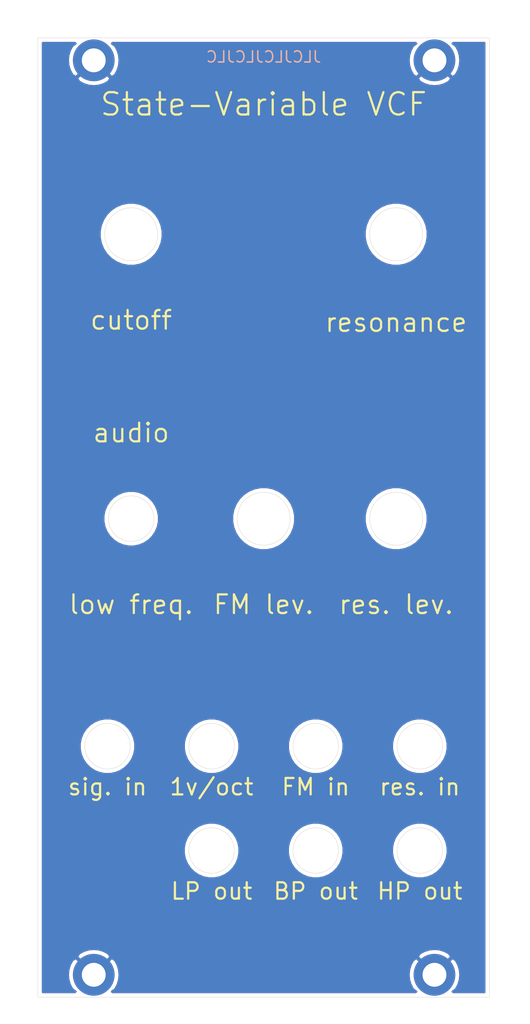
<source format=kicad_pcb>
(kicad_pcb (version 20171130) (host pcbnew 5.1.10-88a1d61d58~88~ubuntu20.04.1)

  (general
    (thickness 1.6)
    (drawings 51)
    (tracks 0)
    (zones 0)
    (modules 4)
    (nets 2)
  )

  (page A4)
  (title_block
    (title "Filter carrier front panel")
    (date 2020-08-18)
    (rev 0)
    (comment 1 creativecommons.org/licenses/by/4.0/)
    (comment 2 "License: CC by 4.0")
    (comment 3 "Author: Jordan Aceto")
  )

  (layers
    (0 F.Cu signal)
    (31 B.Cu signal)
    (32 B.Adhes user)
    (33 F.Adhes user)
    (34 B.Paste user)
    (35 F.Paste user)
    (36 B.SilkS user)
    (37 F.SilkS user)
    (38 B.Mask user)
    (39 F.Mask user)
    (40 Dwgs.User user)
    (41 Cmts.User user)
    (42 Eco1.User user)
    (43 Eco2.User user)
    (44 Edge.Cuts user)
    (45 Margin user)
    (46 B.CrtYd user)
    (47 F.CrtYd user)
    (48 B.Fab user hide)
    (49 F.Fab user hide)
  )

  (setup
    (last_trace_width 0.25)
    (trace_clearance 0.2)
    (zone_clearance 0.508)
    (zone_45_only no)
    (trace_min 0.2)
    (via_size 0.8)
    (via_drill 0.4)
    (via_min_size 0.4)
    (via_min_drill 0.3)
    (uvia_size 0.3)
    (uvia_drill 0.1)
    (uvias_allowed no)
    (uvia_min_size 0.2)
    (uvia_min_drill 0.1)
    (edge_width 0.05)
    (segment_width 0.2)
    (pcb_text_width 0.3)
    (pcb_text_size 1.5 1.5)
    (mod_edge_width 0.12)
    (mod_text_size 1 1)
    (mod_text_width 0.15)
    (pad_size 1.524 1.524)
    (pad_drill 0.762)
    (pad_to_mask_clearance 0.05)
    (aux_axis_origin 0 0)
    (visible_elements FFFFFF7F)
    (pcbplotparams
      (layerselection 0x010f0_ffffffff)
      (usegerberextensions true)
      (usegerberattributes false)
      (usegerberadvancedattributes false)
      (creategerberjobfile false)
      (excludeedgelayer true)
      (linewidth 0.100000)
      (plotframeref false)
      (viasonmask false)
      (mode 1)
      (useauxorigin false)
      (hpglpennumber 1)
      (hpglpenspeed 20)
      (hpglpendiameter 15.000000)
      (psnegative false)
      (psa4output false)
      (plotreference true)
      (plotvalue false)
      (plotinvisibletext false)
      (padsonsilk false)
      (subtractmaskfromsilk true)
      (outputformat 1)
      (mirror false)
      (drillshape 0)
      (scaleselection 1)
      (outputdirectory "../construction_docs/gerbers/"))
  )

  (net 0 "")
  (net 1 GND)

  (net_class Default "This is the default net class."
    (clearance 0.2)
    (trace_width 0.25)
    (via_dia 0.8)
    (via_drill 0.4)
    (uvia_dia 0.3)
    (uvia_drill 0.1)
    (add_net GND)
  )

  (module MountingHole:MountingHole_3.2mm_M3_DIN965_Pad (layer F.Cu) (tedit 56D1B4CB) (tstamp 5F0CC472)
    (at 53.22 125.5)
    (descr "Mounting Hole 3.2mm, M3, DIN965")
    (tags "mounting hole 3.2mm m3 din965")
    (path /5F0CDCDB)
    (attr virtual)
    (fp_text reference H4 (at 0 -3.8) (layer F.SilkS) hide
      (effects (font (size 1 1) (thickness 0.15)))
    )
    (fp_text value MountingHole_Pad (at 0 3.8) (layer F.Fab)
      (effects (font (size 1 1) (thickness 0.15)))
    )
    (fp_circle (center 0 0) (end 3.05 0) (layer F.CrtYd) (width 0.05))
    (fp_circle (center 0 0) (end 2.8 0) (layer Cmts.User) (width 0.15))
    (fp_text user %R (at 0.3 0) (layer F.Fab)
      (effects (font (size 1 1) (thickness 0.15)))
    )
    (pad 1 thru_hole circle (at 0 0) (size 5.6 5.6) (drill 3.2) (layers *.Cu *.Mask)
      (net 1 GND))
  )

  (module MountingHole:MountingHole_3.2mm_M3_DIN965_Pad (layer F.Cu) (tedit 56D1B4CB) (tstamp 5F0CC46A)
    (at 53.22 3)
    (descr "Mounting Hole 3.2mm, M3, DIN965")
    (tags "mounting hole 3.2mm m3 din965")
    (path /5F0CDCCF)
    (attr virtual)
    (fp_text reference H3 (at 0 -3.8) (layer F.SilkS) hide
      (effects (font (size 1 1) (thickness 0.15)))
    )
    (fp_text value MountingHole_Pad (at 0 3.8) (layer F.Fab)
      (effects (font (size 1 1) (thickness 0.15)))
    )
    (fp_circle (center 0 0) (end 3.05 0) (layer F.CrtYd) (width 0.05))
    (fp_circle (center 0 0) (end 2.8 0) (layer Cmts.User) (width 0.15))
    (fp_text user %R (at 0.3 0) (layer F.Fab)
      (effects (font (size 1 1) (thickness 0.15)))
    )
    (pad 1 thru_hole circle (at 0 0) (size 5.6 5.6) (drill 3.2) (layers *.Cu *.Mask)
      (net 1 GND))
  )

  (module MountingHole:MountingHole_3.2mm_M3_DIN965_Pad (layer F.Cu) (tedit 56D1B4CB) (tstamp 5F0CC462)
    (at 7.5 125.5)
    (descr "Mounting Hole 3.2mm, M3, DIN965")
    (tags "mounting hole 3.2mm m3 din965")
    (path /5F0CD083)
    (attr virtual)
    (fp_text reference H2 (at 0 -3.8) (layer F.SilkS) hide
      (effects (font (size 1 1) (thickness 0.15)))
    )
    (fp_text value MountingHole_Pad (at 0 3.8) (layer F.Fab)
      (effects (font (size 1 1) (thickness 0.15)))
    )
    (fp_circle (center 0 0) (end 3.05 0) (layer F.CrtYd) (width 0.05))
    (fp_circle (center 0 0) (end 2.8 0) (layer Cmts.User) (width 0.15))
    (fp_text user %R (at 0.3 0) (layer F.Fab)
      (effects (font (size 1 1) (thickness 0.15)))
    )
    (pad 1 thru_hole circle (at 0 0) (size 5.6 5.6) (drill 3.2) (layers *.Cu *.Mask)
      (net 1 GND))
  )

  (module MountingHole:MountingHole_3.2mm_M3_DIN965_Pad (layer F.Cu) (tedit 56D1B4CB) (tstamp 5F0CC45A)
    (at 7.5 3)
    (descr "Mounting Hole 3.2mm, M3, DIN965")
    (tags "mounting hole 3.2mm m3 din965")
    (path /5F0CC352)
    (attr virtual)
    (fp_text reference H1 (at 0 -3.8) (layer F.SilkS) hide
      (effects (font (size 1 1) (thickness 0.15)))
    )
    (fp_text value MountingHole_Pad (at 0 3.8) (layer F.Fab)
      (effects (font (size 1 1) (thickness 0.15)))
    )
    (fp_circle (center 0 0) (end 3.05 0) (layer F.CrtYd) (width 0.05))
    (fp_circle (center 0 0) (end 2.8 0) (layer Cmts.User) (width 0.15))
    (fp_text user %R (at 0.3 0) (layer F.Fab)
      (effects (font (size 1 1) (thickness 0.15)))
    )
    (pad 1 thru_hole circle (at 0 0) (size 5.6 5.6) (drill 3.2) (layers *.Cu *.Mask)
      (net 1 GND))
  )

  (gr_text audio (at 12.52 52.9) (layer F.SilkS) (tstamp 60AD310F)
    (effects (font (size 2.5 2.5) (thickness 0.3)))
  )
  (gr_text "low freq." (at 12.52 75.9) (layer F.SilkS) (tstamp 60AD310F)
    (effects (font (size 2.5 2.5) (thickness 0.3)))
  )
  (gr_text "HP out" (at 51.255 114.3) (layer F.SilkS) (tstamp 60AD2DEA)
    (effects (font (size 2.2 2.2) (thickness 0.3)))
  )
  (gr_text "BP out" (at 37.285 114.3) (layer F.SilkS) (tstamp 60AD2DEA)
    (effects (font (size 2.2 2.2) (thickness 0.3)))
  )
  (gr_circle (center 30.3 64.4) (end 33.85 64.4) (layer Edge.Cuts) (width 0.05) (tstamp 60AD2B87))
  (gr_circle (center 30.3 64.4) (end 36.65 64.4) (layer Dwgs.User) (width 0.15) (tstamp 60AD2B86))
  (gr_circle (center 37.285 108.85) (end 41.285 108.85) (layer Dwgs.User) (width 0.15) (tstamp 60AD2B77))
  (gr_circle (center 37.285 108.85) (end 40.335 108.85) (layer Edge.Cuts) (width 0.05) (tstamp 60AD2B7A))
  (gr_circle (center 23.315 94.88) (end 27.315 94.88) (layer Dwgs.User) (width 0.15) (tstamp 60AD2B6B))
  (gr_circle (center 23.315 94.88) (end 26.365 94.88) (layer Edge.Cuts) (width 0.05) (tstamp 60AD2B6A))
  (gr_text JLCJLCJLCJLC (at 30.3 2.54) (layer B.SilkS)
    (effects (font (size 1.5 1.5) (thickness 0.2)) (justify mirror))
  )
  (gr_line (start 17.78 113.45) (end 57.15 113.45) (layer Dwgs.User) (width 0.15))
  (gr_line (start 57.15 104.25) (end 57.15 113.45) (layer Dwgs.User) (width 0.15))
  (gr_line (start 17.78 104.25) (end 57.15 104.25) (layer Dwgs.User) (width 0.15))
  (gr_line (start 17.78 104.25) (end 17.78 113.45) (layer Dwgs.User) (width 0.15))
  (gr_text "State-Variable VCF" (at 30.3 8.89) (layer F.SilkS)
    (effects (font (size 3 3) (thickness 0.3)))
  )
  (gr_text resonance (at 48.08 38.1) (layer F.SilkS)
    (effects (font (size 2.5 2.5) (thickness 0.3)))
  )
  (gr_text cutoff (at 12.52 37.8) (layer F.SilkS)
    (effects (font (size 2.5 2.5) (thickness 0.3)))
  )
  (gr_text "res. lev." (at 48.08 75.9) (layer F.SilkS)
    (effects (font (size 2.5 2.5) (thickness 0.3)))
  )
  (gr_text "FM lev." (at 30.3 75.9) (layer F.SilkS)
    (effects (font (size 2.5 2.5) (thickness 0.3)))
  )
  (gr_text "LP out" (at 23.315 114.3) (layer F.SilkS) (tstamp 5F0CC8EA)
    (effects (font (size 2.2 2.2) (thickness 0.3)))
  )
  (gr_text "sig. in" (at 9.345 100.33) (layer F.SilkS)
    (effects (font (size 2.2 2.2) (thickness 0.3)))
  )
  (gr_text "res. in" (at 51.255 100.33) (layer F.SilkS)
    (effects (font (size 2.2 2.2) (thickness 0.3)))
  )
  (gr_text "FM in" (at 37.285 100.33) (layer F.SilkS)
    (effects (font (size 2.2 2.2) (thickness 0.3)))
  )
  (gr_text 1v/oct (at 23.315 100.33) (layer F.SilkS)
    (effects (font (size 2.2 2.2) (thickness 0.3)))
  )
  (gr_circle (center 48.08 26.3) (end 54.43 26.3) (layer Dwgs.User) (width 0.15) (tstamp 5F0CC7B8))
  (gr_circle (center 12.52 26.3) (end 18.87 26.3) (layer Dwgs.User) (width 0.15) (tstamp 5F0CC7B8))
  (gr_circle (center 12.52 64.4) (end 16.52 64.4) (layer Dwgs.User) (width 0.15) (tstamp 5F0CC7B8))
  (gr_circle (center 48.08 64.4) (end 54.43 64.4) (layer Dwgs.User) (width 0.15))
  (gr_circle (center 23.315 108.85) (end 27.315 108.85) (layer Dwgs.User) (width 0.15) (tstamp 5F0CC761))
  (gr_circle (center 51.255 108.85) (end 55.255 108.85) (layer Dwgs.User) (width 0.15) (tstamp 5F0CC761))
  (gr_circle (center 51.255 94.88) (end 55.255 94.88) (layer Dwgs.User) (width 0.15) (tstamp 5F0CC761))
  (gr_circle (center 37.285 94.88) (end 41.285 94.88) (layer Dwgs.User) (width 0.15) (tstamp 5F0CC761))
  (gr_circle (center 9.345 94.88) (end 13.345 94.88) (layer Dwgs.User) (width 0.15))
  (gr_circle (center 51.255 108.85) (end 54.305 108.85) (layer Edge.Cuts) (width 0.05) (tstamp 5F0CC58E))
  (gr_circle (center 23.315 108.85) (end 26.365 108.85) (layer Edge.Cuts) (width 0.05) (tstamp 5F0CC58E))
  (gr_circle (center 51.255 94.88) (end 54.305 94.88) (layer Edge.Cuts) (width 0.05) (tstamp 5F0CC58E))
  (gr_circle (center 37.285 94.88) (end 40.335 94.88) (layer Edge.Cuts) (width 0.05) (tstamp 5F0CC58E))
  (gr_circle (center 9.345 94.88) (end 12.395 94.88) (layer Edge.Cuts) (width 0.05) (tstamp 5F0CC586))
  (gr_circle (center 48.08 64.4) (end 51.63 64.4) (layer Edge.Cuts) (width 0.05) (tstamp 5F0CC586))
  (gr_circle (center 12.52 64.4) (end 15.57 64.4) (layer Edge.Cuts) (width 0.05) (tstamp 5F0CC586))
  (gr_circle (center 48.08 26.3) (end 51.63 26.3) (layer Edge.Cuts) (width 0.05) (tstamp 5F0CC586))
  (gr_circle (center 12.52 26.3) (end 16.07 26.3) (layer Edge.Cuts) (width 0.05))
  (gr_line (start 1.09 113.93) (end 59.48 113.93) (layer Dwgs.User) (width 0.15))
  (gr_line (start 59.48 14.87) (end 59.48 113.93) (layer Dwgs.User) (width 0.15))
  (gr_line (start 1.09 14.87) (end 59.48 14.87) (layer Dwgs.User) (width 0.15))
  (gr_line (start 1.09 14.87) (end 1.09 113.93) (layer Dwgs.User) (width 0.15))
  (gr_line (start 60.6 0) (end 60.6 128.5) (layer Edge.Cuts) (width 0.05))
  (gr_line (start 0 128.5) (end 60.6 128.5) (layer Edge.Cuts) (width 0.05))
  (gr_line (start 0 0) (end 60.6 0) (layer Edge.Cuts) (width 0.05))
  (gr_line (start 0 0) (end 0 128.5) (layer Edge.Cuts) (width 0.05))

  (zone (net 1) (net_name GND) (layer F.Cu) (tstamp 60C4EBD2) (hatch edge 0.508)
    (connect_pads (clearance 0.508))
    (min_thickness 0.254)
    (fill yes (arc_segments 32) (thermal_gap 0.508) (thermal_bridge_width 0.508))
    (polygon
      (pts
        (xy 63.5 129.54) (xy -2.54 129.54) (xy -2.54 -2.54) (xy 63.5 -2.54)
      )
    )
    (filled_polygon
      (pts
        (xy 5.083517 0.763125) (xy 4.634823 1.075308) (xy 4.314388 1.671259) (xy 4.116374 2.318273) (xy 4.04839 2.991484)
        (xy 4.113051 3.665023) (xy 4.30787 4.313006) (xy 4.625361 4.91053) (xy 4.634823 4.924692) (xy 5.083519 5.236876)
        (xy 7.320395 3) (xy 7.306253 2.985858) (xy 7.485858 2.806253) (xy 7.5 2.820395) (xy 7.514143 2.806253)
        (xy 7.693748 2.985858) (xy 7.679605 3) (xy 9.916481 5.236876) (xy 10.365177 4.924692) (xy 10.685612 4.328741)
        (xy 10.883626 3.681727) (xy 10.95161 3.008516) (xy 10.886949 2.334977) (xy 10.69213 1.686994) (xy 10.374639 1.08947)
        (xy 10.365177 1.075308) (xy 9.916483 0.763125) (xy 10.019608 0.66) (xy 50.700392 0.66) (xy 50.803517 0.763125)
        (xy 50.354823 1.075308) (xy 50.034388 1.671259) (xy 49.836374 2.318273) (xy 49.76839 2.991484) (xy 49.833051 3.665023)
        (xy 50.02787 4.313006) (xy 50.345361 4.91053) (xy 50.354823 4.924692) (xy 50.803519 5.236876) (xy 53.040395 3)
        (xy 53.026253 2.985858) (xy 53.205858 2.806253) (xy 53.22 2.820395) (xy 53.234143 2.806253) (xy 53.413748 2.985858)
        (xy 53.399605 3) (xy 55.636481 5.236876) (xy 56.085177 4.924692) (xy 56.405612 4.328741) (xy 56.603626 3.681727)
        (xy 56.67161 3.008516) (xy 56.606949 2.334977) (xy 56.41213 1.686994) (xy 56.094639 1.08947) (xy 56.085177 1.075308)
        (xy 55.636483 0.763125) (xy 55.739608 0.66) (xy 59.94 0.66) (xy 59.940001 127.84) (xy 55.739608 127.84)
        (xy 55.636483 127.736875) (xy 56.085177 127.424692) (xy 56.405612 126.828741) (xy 56.603626 126.181727) (xy 56.67161 125.508516)
        (xy 56.606949 124.834977) (xy 56.41213 124.186994) (xy 56.094639 123.58947) (xy 56.085177 123.575308) (xy 55.636481 123.263124)
        (xy 53.399605 125.5) (xy 53.413748 125.514143) (xy 53.234143 125.693748) (xy 53.22 125.679605) (xy 53.205858 125.693748)
        (xy 53.026253 125.514143) (xy 53.040395 125.5) (xy 50.803519 123.263124) (xy 50.354823 123.575308) (xy 50.034388 124.171259)
        (xy 49.836374 124.818273) (xy 49.76839 125.491484) (xy 49.833051 126.165023) (xy 50.02787 126.813006) (xy 50.345361 127.41053)
        (xy 50.354823 127.424692) (xy 50.803517 127.736875) (xy 50.700392 127.84) (xy 10.019608 127.84) (xy 9.916483 127.736875)
        (xy 10.365177 127.424692) (xy 10.685612 126.828741) (xy 10.883626 126.181727) (xy 10.95161 125.508516) (xy 10.886949 124.834977)
        (xy 10.69213 124.186994) (xy 10.374639 123.58947) (xy 10.365177 123.575308) (xy 9.916481 123.263124) (xy 7.679605 125.5)
        (xy 7.693748 125.514143) (xy 7.514143 125.693748) (xy 7.5 125.679605) (xy 7.485858 125.693748) (xy 7.306253 125.514143)
        (xy 7.320395 125.5) (xy 5.083519 123.263124) (xy 4.634823 123.575308) (xy 4.314388 124.171259) (xy 4.116374 124.818273)
        (xy 4.04839 125.491484) (xy 4.113051 126.165023) (xy 4.30787 126.813006) (xy 4.625361 127.41053) (xy 4.634823 127.424692)
        (xy 5.083517 127.736875) (xy 4.980392 127.84) (xy 0.66 127.84) (xy 0.66 123.083519) (xy 5.263124 123.083519)
        (xy 7.5 125.320395) (xy 9.736876 123.083519) (xy 50.983124 123.083519) (xy 53.22 125.320395) (xy 55.456876 123.083519)
        (xy 55.144692 122.634823) (xy 54.548741 122.314388) (xy 53.901727 122.116374) (xy 53.228516 122.04839) (xy 52.554977 122.113051)
        (xy 51.906994 122.30787) (xy 51.30947 122.625361) (xy 51.295308 122.634823) (xy 50.983124 123.083519) (xy 9.736876 123.083519)
        (xy 9.424692 122.634823) (xy 8.828741 122.314388) (xy 8.181727 122.116374) (xy 7.508516 122.04839) (xy 6.834977 122.113051)
        (xy 6.186994 122.30787) (xy 5.58947 122.625361) (xy 5.575308 122.634823) (xy 5.263124 123.083519) (xy 0.66 123.083519)
        (xy 0.66 104.2416) (xy 17.653 104.2416) (xy 17.653 113.45) (xy 17.65544 113.474776) (xy 17.662667 113.498601)
        (xy 17.674403 113.520557) (xy 17.690197 113.539803) (xy 17.709443 113.555597) (xy 17.731399 113.567333) (xy 17.755224 113.57456)
        (xy 17.78 113.577) (xy 57.15 113.577) (xy 57.174776 113.57456) (xy 57.198601 113.567333) (xy 57.220557 113.555597)
        (xy 57.239803 113.539803) (xy 57.255597 113.520557) (xy 57.267333 113.498601) (xy 57.27456 113.474776) (xy 57.277 113.45)
        (xy 57.277 104.25) (xy 57.274565 104.22525) (xy 57.267343 104.201424) (xy 57.255612 104.179465) (xy 57.239822 104.160217)
        (xy 57.22058 104.144418) (xy 57.198626 104.132678) (xy 57.174803 104.125446) (xy 57.150027 104.123) (xy 17.780027 104.1146)
        (xy 17.755224 104.11704) (xy 17.731399 104.124267) (xy 17.709443 104.136003) (xy 17.690197 104.151797) (xy 17.674403 104.171043)
        (xy 17.662667 104.192999) (xy 17.65544 104.216824) (xy 17.653 104.2416) (xy 0.66 104.2416) (xy 0.66 94.514396)
        (xy 5.632961 94.514396) (xy 5.632961 95.245604) (xy 5.775613 95.962762) (xy 6.055434 96.63831) (xy 6.461671 97.246287)
        (xy 6.978713 97.763329) (xy 7.58669 98.169566) (xy 8.262238 98.449387) (xy 8.979396 98.592039) (xy 9.710604 98.592039)
        (xy 10.427762 98.449387) (xy 11.10331 98.169566) (xy 11.711287 97.763329) (xy 12.228329 97.246287) (xy 12.634566 96.63831)
        (xy 12.914387 95.962762) (xy 13.057039 95.245604) (xy 13.057039 94.514396) (xy 19.602961 94.514396) (xy 19.602961 95.245604)
        (xy 19.745613 95.962762) (xy 20.025434 96.63831) (xy 20.431671 97.246287) (xy 20.948713 97.763329) (xy 21.55669 98.169566)
        (xy 22.232238 98.449387) (xy 22.949396 98.592039) (xy 23.680604 98.592039) (xy 24.397762 98.449387) (xy 25.07331 98.169566)
        (xy 25.681287 97.763329) (xy 26.198329 97.246287) (xy 26.604566 96.63831) (xy 26.884387 95.962762) (xy 27.027039 95.245604)
        (xy 27.027039 94.514396) (xy 33.572961 94.514396) (xy 33.572961 95.245604) (xy 33.715613 95.962762) (xy 33.995434 96.63831)
        (xy 34.401671 97.246287) (xy 34.918713 97.763329) (xy 35.52669 98.169566) (xy 36.202238 98.449387) (xy 36.919396 98.592039)
        (xy 37.650604 98.592039) (xy 38.367762 98.449387) (xy 39.04331 98.169566) (xy 39.651287 97.763329) (xy 40.168329 97.246287)
        (xy 40.574566 96.63831) (xy 40.854387 95.962762) (xy 40.997039 95.245604) (xy 40.997039 94.514396) (xy 47.542961 94.514396)
        (xy 47.542961 95.245604) (xy 47.685613 95.962762) (xy 47.965434 96.63831) (xy 48.371671 97.246287) (xy 48.888713 97.763329)
        (xy 49.49669 98.169566) (xy 50.172238 98.449387) (xy 50.889396 98.592039) (xy 51.620604 98.592039) (xy 52.337762 98.449387)
        (xy 53.01331 98.169566) (xy 53.621287 97.763329) (xy 54.138329 97.246287) (xy 54.544566 96.63831) (xy 54.824387 95.962762)
        (xy 54.967039 95.245604) (xy 54.967039 94.514396) (xy 54.824387 93.797238) (xy 54.544566 93.12169) (xy 54.138329 92.513713)
        (xy 53.621287 91.996671) (xy 53.01331 91.590434) (xy 52.337762 91.310613) (xy 51.620604 91.167961) (xy 50.889396 91.167961)
        (xy 50.172238 91.310613) (xy 49.49669 91.590434) (xy 48.888713 91.996671) (xy 48.371671 92.513713) (xy 47.965434 93.12169)
        (xy 47.685613 93.797238) (xy 47.542961 94.514396) (xy 40.997039 94.514396) (xy 40.854387 93.797238) (xy 40.574566 93.12169)
        (xy 40.168329 92.513713) (xy 39.651287 91.996671) (xy 39.04331 91.590434) (xy 38.367762 91.310613) (xy 37.650604 91.167961)
        (xy 36.919396 91.167961) (xy 36.202238 91.310613) (xy 35.52669 91.590434) (xy 34.918713 91.996671) (xy 34.401671 92.513713)
        (xy 33.995434 93.12169) (xy 33.715613 93.797238) (xy 33.572961 94.514396) (xy 27.027039 94.514396) (xy 26.884387 93.797238)
        (xy 26.604566 93.12169) (xy 26.198329 92.513713) (xy 25.681287 91.996671) (xy 25.07331 91.590434) (xy 24.397762 91.310613)
        (xy 23.680604 91.167961) (xy 22.949396 91.167961) (xy 22.232238 91.310613) (xy 21.55669 91.590434) (xy 20.948713 91.996671)
        (xy 20.431671 92.513713) (xy 20.025434 93.12169) (xy 19.745613 93.797238) (xy 19.602961 94.514396) (xy 13.057039 94.514396)
        (xy 12.914387 93.797238) (xy 12.634566 93.12169) (xy 12.228329 92.513713) (xy 11.711287 91.996671) (xy 11.10331 91.590434)
        (xy 10.427762 91.310613) (xy 9.710604 91.167961) (xy 8.979396 91.167961) (xy 8.262238 91.310613) (xy 7.58669 91.590434)
        (xy 6.978713 91.996671) (xy 6.461671 92.513713) (xy 6.055434 93.12169) (xy 5.775613 93.797238) (xy 5.632961 94.514396)
        (xy 0.66 94.514396) (xy 0.66 64.034396) (xy 8.807961 64.034396) (xy 8.807961 64.765604) (xy 8.950613 65.482762)
        (xy 9.230434 66.15831) (xy 9.636671 66.766287) (xy 10.153713 67.283329) (xy 10.76169 67.689566) (xy 11.437238 67.969387)
        (xy 12.154396 68.112039) (xy 12.885604 68.112039) (xy 13.602762 67.969387) (xy 14.27831 67.689566) (xy 14.886287 67.283329)
        (xy 15.403329 66.766287) (xy 15.809566 66.15831) (xy 16.089387 65.482762) (xy 16.232039 64.765604) (xy 16.232039 64.034396)
        (xy 16.222291 63.985387) (xy 26.090369 63.985387) (xy 26.090369 64.814613) (xy 26.252142 65.627904) (xy 26.569473 66.394008)
        (xy 27.030166 67.083484) (xy 27.616516 67.669834) (xy 28.305992 68.130527) (xy 29.072096 68.447858) (xy 29.885387 68.609631)
        (xy 30.714613 68.609631) (xy 31.527904 68.447858) (xy 32.294008 68.130527) (xy 32.983484 67.669834) (xy 33.569834 67.083484)
        (xy 34.030527 66.394008) (xy 34.347858 65.627904) (xy 34.509631 64.814613) (xy 34.509631 63.985387) (xy 43.870369 63.985387)
        (xy 43.870369 64.814613) (xy 44.032142 65.627904) (xy 44.349473 66.394008) (xy 44.810166 67.083484) (xy 45.396516 67.669834)
        (xy 46.085992 68.130527) (xy 46.852096 68.447858) (xy 47.665387 68.609631) (xy 48.494613 68.609631) (xy 49.307904 68.447858)
        (xy 50.074008 68.130527) (xy 50.763484 67.669834) (xy 51.349834 67.083484) (xy 51.810527 66.394008) (xy 52.127858 65.627904)
        (xy 52.289631 64.814613) (xy 52.289631 63.985387) (xy 52.127858 63.172096) (xy 51.810527 62.405992) (xy 51.349834 61.716516)
        (xy 50.763484 61.130166) (xy 50.074008 60.669473) (xy 49.307904 60.352142) (xy 48.494613 60.190369) (xy 47.665387 60.190369)
        (xy 46.852096 60.352142) (xy 46.085992 60.669473) (xy 45.396516 61.130166) (xy 44.810166 61.716516) (xy 44.349473 62.405992)
        (xy 44.032142 63.172096) (xy 43.870369 63.985387) (xy 34.509631 63.985387) (xy 34.347858 63.172096) (xy 34.030527 62.405992)
        (xy 33.569834 61.716516) (xy 32.983484 61.130166) (xy 32.294008 60.669473) (xy 31.527904 60.352142) (xy 30.714613 60.190369)
        (xy 29.885387 60.190369) (xy 29.072096 60.352142) (xy 28.305992 60.669473) (xy 27.616516 61.130166) (xy 27.030166 61.716516)
        (xy 26.569473 62.405992) (xy 26.252142 63.172096) (xy 26.090369 63.985387) (xy 16.222291 63.985387) (xy 16.089387 63.317238)
        (xy 15.809566 62.64169) (xy 15.403329 62.033713) (xy 14.886287 61.516671) (xy 14.27831 61.110434) (xy 13.602762 60.830613)
        (xy 12.885604 60.687961) (xy 12.154396 60.687961) (xy 11.437238 60.830613) (xy 10.76169 61.110434) (xy 10.153713 61.516671)
        (xy 9.636671 62.033713) (xy 9.230434 62.64169) (xy 8.950613 63.317238) (xy 8.807961 64.034396) (xy 0.66 64.034396)
        (xy 0.66 25.885387) (xy 8.310369 25.885387) (xy 8.310369 26.714613) (xy 8.472142 27.527904) (xy 8.789473 28.294008)
        (xy 9.250166 28.983484) (xy 9.836516 29.569834) (xy 10.525992 30.030527) (xy 11.292096 30.347858) (xy 12.105387 30.509631)
        (xy 12.934613 30.509631) (xy 13.747904 30.347858) (xy 14.514008 30.030527) (xy 15.203484 29.569834) (xy 15.789834 28.983484)
        (xy 16.250527 28.294008) (xy 16.567858 27.527904) (xy 16.729631 26.714613) (xy 16.729631 25.885387) (xy 43.870369 25.885387)
        (xy 43.870369 26.714613) (xy 44.032142 27.527904) (xy 44.349473 28.294008) (xy 44.810166 28.983484) (xy 45.396516 29.569834)
        (xy 46.085992 30.030527) (xy 46.852096 30.347858) (xy 47.665387 30.509631) (xy 48.494613 30.509631) (xy 49.307904 30.347858)
        (xy 50.074008 30.030527) (xy 50.763484 29.569834) (xy 51.349834 28.983484) (xy 51.810527 28.294008) (xy 52.127858 27.527904)
        (xy 52.289631 26.714613) (xy 52.289631 25.885387) (xy 52.127858 25.072096) (xy 51.810527 24.305992) (xy 51.349834 23.616516)
        (xy 50.763484 23.030166) (xy 50.074008 22.569473) (xy 49.307904 22.252142) (xy 48.494613 22.090369) (xy 47.665387 22.090369)
        (xy 46.852096 22.252142) (xy 46.085992 22.569473) (xy 45.396516 23.030166) (xy 44.810166 23.616516) (xy 44.349473 24.305992)
        (xy 44.032142 25.072096) (xy 43.870369 25.885387) (xy 16.729631 25.885387) (xy 16.567858 25.072096) (xy 16.250527 24.305992)
        (xy 15.789834 23.616516) (xy 15.203484 23.030166) (xy 14.514008 22.569473) (xy 13.747904 22.252142) (xy 12.934613 22.090369)
        (xy 12.105387 22.090369) (xy 11.292096 22.252142) (xy 10.525992 22.569473) (xy 9.836516 23.030166) (xy 9.250166 23.616516)
        (xy 8.789473 24.305992) (xy 8.472142 25.072096) (xy 8.310369 25.885387) (xy 0.66 25.885387) (xy 0.66 5.416481)
        (xy 5.263124 5.416481) (xy 5.575308 5.865177) (xy 6.171259 6.185612) (xy 6.818273 6.383626) (xy 7.491484 6.45161)
        (xy 8.165023 6.386949) (xy 8.813006 6.19213) (xy 9.41053 5.874639) (xy 9.424692 5.865177) (xy 9.736876 5.416481)
        (xy 50.983124 5.416481) (xy 51.295308 5.865177) (xy 51.891259 6.185612) (xy 52.538273 6.383626) (xy 53.211484 6.45161)
        (xy 53.885023 6.386949) (xy 54.533006 6.19213) (xy 55.13053 5.874639) (xy 55.144692 5.865177) (xy 55.456876 5.416481)
        (xy 53.22 3.179605) (xy 50.983124 5.416481) (xy 9.736876 5.416481) (xy 7.5 3.179605) (xy 5.263124 5.416481)
        (xy 0.66 5.416481) (xy 0.66 0.66) (xy 4.980392 0.66)
      )
    )
  )
  (zone (net 1) (net_name GND) (layer B.Cu) (tstamp 60C4EBCF) (hatch edge 0.508)
    (connect_pads (clearance 0.508))
    (min_thickness 0.254)
    (fill yes (arc_segments 32) (thermal_gap 0.508) (thermal_bridge_width 0.508))
    (polygon
      (pts
        (xy 66.04 132.08) (xy -5.08 132.08) (xy -5.08 -5.08) (xy 66.04 -5.08)
      )
    )
    (filled_polygon
      (pts
        (xy 5.083517 0.763125) (xy 4.634823 1.075308) (xy 4.314388 1.671259) (xy 4.116374 2.318273) (xy 4.04839 2.991484)
        (xy 4.113051 3.665023) (xy 4.30787 4.313006) (xy 4.625361 4.91053) (xy 4.634823 4.924692) (xy 5.083519 5.236876)
        (xy 7.320395 3) (xy 7.306253 2.985858) (xy 7.485858 2.806253) (xy 7.5 2.820395) (xy 7.514143 2.806253)
        (xy 7.693748 2.985858) (xy 7.679605 3) (xy 9.916481 5.236876) (xy 10.365177 4.924692) (xy 10.685612 4.328741)
        (xy 10.883626 3.681727) (xy 10.95161 3.008516) (xy 10.886949 2.334977) (xy 10.69213 1.686994) (xy 10.374639 1.08947)
        (xy 10.365177 1.075308) (xy 9.916483 0.763125) (xy 10.019608 0.66) (xy 50.700392 0.66) (xy 50.803517 0.763125)
        (xy 50.354823 1.075308) (xy 50.034388 1.671259) (xy 49.836374 2.318273) (xy 49.76839 2.991484) (xy 49.833051 3.665023)
        (xy 50.02787 4.313006) (xy 50.345361 4.91053) (xy 50.354823 4.924692) (xy 50.803519 5.236876) (xy 53.040395 3)
        (xy 53.026253 2.985858) (xy 53.205858 2.806253) (xy 53.22 2.820395) (xy 53.234143 2.806253) (xy 53.413748 2.985858)
        (xy 53.399605 3) (xy 55.636481 5.236876) (xy 56.085177 4.924692) (xy 56.405612 4.328741) (xy 56.603626 3.681727)
        (xy 56.67161 3.008516) (xy 56.606949 2.334977) (xy 56.41213 1.686994) (xy 56.094639 1.08947) (xy 56.085177 1.075308)
        (xy 55.636483 0.763125) (xy 55.739608 0.66) (xy 59.94 0.66) (xy 59.940001 127.84) (xy 55.739608 127.84)
        (xy 55.636483 127.736875) (xy 56.085177 127.424692) (xy 56.405612 126.828741) (xy 56.603626 126.181727) (xy 56.67161 125.508516)
        (xy 56.606949 124.834977) (xy 56.41213 124.186994) (xy 56.094639 123.58947) (xy 56.085177 123.575308) (xy 55.636481 123.263124)
        (xy 53.399605 125.5) (xy 53.413748 125.514143) (xy 53.234143 125.693748) (xy 53.22 125.679605) (xy 53.205858 125.693748)
        (xy 53.026253 125.514143) (xy 53.040395 125.5) (xy 50.803519 123.263124) (xy 50.354823 123.575308) (xy 50.034388 124.171259)
        (xy 49.836374 124.818273) (xy 49.76839 125.491484) (xy 49.833051 126.165023) (xy 50.02787 126.813006) (xy 50.345361 127.41053)
        (xy 50.354823 127.424692) (xy 50.803517 127.736875) (xy 50.700392 127.84) (xy 10.019608 127.84) (xy 9.916483 127.736875)
        (xy 10.365177 127.424692) (xy 10.685612 126.828741) (xy 10.883626 126.181727) (xy 10.95161 125.508516) (xy 10.886949 124.834977)
        (xy 10.69213 124.186994) (xy 10.374639 123.58947) (xy 10.365177 123.575308) (xy 9.916481 123.263124) (xy 7.679605 125.5)
        (xy 7.693748 125.514143) (xy 7.514143 125.693748) (xy 7.5 125.679605) (xy 7.485858 125.693748) (xy 7.306253 125.514143)
        (xy 7.320395 125.5) (xy 5.083519 123.263124) (xy 4.634823 123.575308) (xy 4.314388 124.171259) (xy 4.116374 124.818273)
        (xy 4.04839 125.491484) (xy 4.113051 126.165023) (xy 4.30787 126.813006) (xy 4.625361 127.41053) (xy 4.634823 127.424692)
        (xy 5.083517 127.736875) (xy 4.980392 127.84) (xy 0.66 127.84) (xy 0.66 123.083519) (xy 5.263124 123.083519)
        (xy 7.5 125.320395) (xy 9.736876 123.083519) (xy 50.983124 123.083519) (xy 53.22 125.320395) (xy 55.456876 123.083519)
        (xy 55.144692 122.634823) (xy 54.548741 122.314388) (xy 53.901727 122.116374) (xy 53.228516 122.04839) (xy 52.554977 122.113051)
        (xy 51.906994 122.30787) (xy 51.30947 122.625361) (xy 51.295308 122.634823) (xy 50.983124 123.083519) (xy 9.736876 123.083519)
        (xy 9.424692 122.634823) (xy 8.828741 122.314388) (xy 8.181727 122.116374) (xy 7.508516 122.04839) (xy 6.834977 122.113051)
        (xy 6.186994 122.30787) (xy 5.58947 122.625361) (xy 5.575308 122.634823) (xy 5.263124 123.083519) (xy 0.66 123.083519)
        (xy 0.66 108.484396) (xy 19.602961 108.484396) (xy 19.602961 109.215604) (xy 19.745613 109.932762) (xy 20.025434 110.60831)
        (xy 20.431671 111.216287) (xy 20.948713 111.733329) (xy 21.55669 112.139566) (xy 22.232238 112.419387) (xy 22.949396 112.562039)
        (xy 23.680604 112.562039) (xy 24.397762 112.419387) (xy 25.07331 112.139566) (xy 25.681287 111.733329) (xy 26.198329 111.216287)
        (xy 26.604566 110.60831) (xy 26.884387 109.932762) (xy 27.027039 109.215604) (xy 27.027039 108.484396) (xy 33.572961 108.484396)
        (xy 33.572961 109.215604) (xy 33.715613 109.932762) (xy 33.995434 110.60831) (xy 34.401671 111.216287) (xy 34.918713 111.733329)
        (xy 35.52669 112.139566) (xy 36.202238 112.419387) (xy 36.919396 112.562039) (xy 37.650604 112.562039) (xy 38.367762 112.419387)
        (xy 39.04331 112.139566) (xy 39.651287 111.733329) (xy 40.168329 111.216287) (xy 40.574566 110.60831) (xy 40.854387 109.932762)
        (xy 40.997039 109.215604) (xy 40.997039 108.484396) (xy 47.542961 108.484396) (xy 47.542961 109.215604) (xy 47.685613 109.932762)
        (xy 47.965434 110.60831) (xy 48.371671 111.216287) (xy 48.888713 111.733329) (xy 49.49669 112.139566) (xy 50.172238 112.419387)
        (xy 50.889396 112.562039) (xy 51.620604 112.562039) (xy 52.337762 112.419387) (xy 53.01331 112.139566) (xy 53.621287 111.733329)
        (xy 54.138329 111.216287) (xy 54.544566 110.60831) (xy 54.824387 109.932762) (xy 54.967039 109.215604) (xy 54.967039 108.484396)
        (xy 54.824387 107.767238) (xy 54.544566 107.09169) (xy 54.138329 106.483713) (xy 53.621287 105.966671) (xy 53.01331 105.560434)
        (xy 52.337762 105.280613) (xy 51.620604 105.137961) (xy 50.889396 105.137961) (xy 50.172238 105.280613) (xy 49.49669 105.560434)
        (xy 48.888713 105.966671) (xy 48.371671 106.483713) (xy 47.965434 107.09169) (xy 47.685613 107.767238) (xy 47.542961 108.484396)
        (xy 40.997039 108.484396) (xy 40.854387 107.767238) (xy 40.574566 107.09169) (xy 40.168329 106.483713) (xy 39.651287 105.966671)
        (xy 39.04331 105.560434) (xy 38.367762 105.280613) (xy 37.650604 105.137961) (xy 36.919396 105.137961) (xy 36.202238 105.280613)
        (xy 35.52669 105.560434) (xy 34.918713 105.966671) (xy 34.401671 106.483713) (xy 33.995434 107.09169) (xy 33.715613 107.767238)
        (xy 33.572961 108.484396) (xy 27.027039 108.484396) (xy 26.884387 107.767238) (xy 26.604566 107.09169) (xy 26.198329 106.483713)
        (xy 25.681287 105.966671) (xy 25.07331 105.560434) (xy 24.397762 105.280613) (xy 23.680604 105.137961) (xy 22.949396 105.137961)
        (xy 22.232238 105.280613) (xy 21.55669 105.560434) (xy 20.948713 105.966671) (xy 20.431671 106.483713) (xy 20.025434 107.09169)
        (xy 19.745613 107.767238) (xy 19.602961 108.484396) (xy 0.66 108.484396) (xy 0.66 94.514396) (xy 5.632961 94.514396)
        (xy 5.632961 95.245604) (xy 5.775613 95.962762) (xy 6.055434 96.63831) (xy 6.461671 97.246287) (xy 6.978713 97.763329)
        (xy 7.58669 98.169566) (xy 8.262238 98.449387) (xy 8.979396 98.592039) (xy 9.710604 98.592039) (xy 10.427762 98.449387)
        (xy 11.10331 98.169566) (xy 11.711287 97.763329) (xy 12.228329 97.246287) (xy 12.634566 96.63831) (xy 12.914387 95.962762)
        (xy 13.057039 95.245604) (xy 13.057039 94.514396) (xy 19.602961 94.514396) (xy 19.602961 95.245604) (xy 19.745613 95.962762)
        (xy 20.025434 96.63831) (xy 20.431671 97.246287) (xy 20.948713 97.763329) (xy 21.55669 98.169566) (xy 22.232238 98.449387)
        (xy 22.949396 98.592039) (xy 23.680604 98.592039) (xy 24.397762 98.449387) (xy 25.07331 98.169566) (xy 25.681287 97.763329)
        (xy 26.198329 97.246287) (xy 26.604566 96.63831) (xy 26.884387 95.962762) (xy 27.027039 95.245604) (xy 27.027039 94.514396)
        (xy 33.572961 94.514396) (xy 33.572961 95.245604) (xy 33.715613 95.962762) (xy 33.995434 96.63831) (xy 34.401671 97.246287)
        (xy 34.918713 97.763329) (xy 35.52669 98.169566) (xy 36.202238 98.449387) (xy 36.919396 98.592039) (xy 37.650604 98.592039)
        (xy 38.367762 98.449387) (xy 39.04331 98.169566) (xy 39.651287 97.763329) (xy 40.168329 97.246287) (xy 40.574566 96.63831)
        (xy 40.854387 95.962762) (xy 40.997039 95.245604) (xy 40.997039 94.514396) (xy 47.542961 94.514396) (xy 47.542961 95.245604)
        (xy 47.685613 95.962762) (xy 47.965434 96.63831) (xy 48.371671 97.246287) (xy 48.888713 97.763329) (xy 49.49669 98.169566)
        (xy 50.172238 98.449387) (xy 50.889396 98.592039) (xy 51.620604 98.592039) (xy 52.337762 98.449387) (xy 53.01331 98.169566)
        (xy 53.621287 97.763329) (xy 54.138329 97.246287) (xy 54.544566 96.63831) (xy 54.824387 95.962762) (xy 54.967039 95.245604)
        (xy 54.967039 94.514396) (xy 54.824387 93.797238) (xy 54.544566 93.12169) (xy 54.138329 92.513713) (xy 53.621287 91.996671)
        (xy 53.01331 91.590434) (xy 52.337762 91.310613) (xy 51.620604 91.167961) (xy 50.889396 91.167961) (xy 50.172238 91.310613)
        (xy 49.49669 91.590434) (xy 48.888713 91.996671) (xy 48.371671 92.513713) (xy 47.965434 93.12169) (xy 47.685613 93.797238)
        (xy 47.542961 94.514396) (xy 40.997039 94.514396) (xy 40.854387 93.797238) (xy 40.574566 93.12169) (xy 40.168329 92.513713)
        (xy 39.651287 91.996671) (xy 39.04331 91.590434) (xy 38.367762 91.310613) (xy 37.650604 91.167961) (xy 36.919396 91.167961)
        (xy 36.202238 91.310613) (xy 35.52669 91.590434) (xy 34.918713 91.996671) (xy 34.401671 92.513713) (xy 33.995434 93.12169)
        (xy 33.715613 93.797238) (xy 33.572961 94.514396) (xy 27.027039 94.514396) (xy 26.884387 93.797238) (xy 26.604566 93.12169)
        (xy 26.198329 92.513713) (xy 25.681287 91.996671) (xy 25.07331 91.590434) (xy 24.397762 91.310613) (xy 23.680604 91.167961)
        (xy 22.949396 91.167961) (xy 22.232238 91.310613) (xy 21.55669 91.590434) (xy 20.948713 91.996671) (xy 20.431671 92.513713)
        (xy 20.025434 93.12169) (xy 19.745613 93.797238) (xy 19.602961 94.514396) (xy 13.057039 94.514396) (xy 12.914387 93.797238)
        (xy 12.634566 93.12169) (xy 12.228329 92.513713) (xy 11.711287 91.996671) (xy 11.10331 91.590434) (xy 10.427762 91.310613)
        (xy 9.710604 91.167961) (xy 8.979396 91.167961) (xy 8.262238 91.310613) (xy 7.58669 91.590434) (xy 6.978713 91.996671)
        (xy 6.461671 92.513713) (xy 6.055434 93.12169) (xy 5.775613 93.797238) (xy 5.632961 94.514396) (xy 0.66 94.514396)
        (xy 0.66 64.034396) (xy 8.807961 64.034396) (xy 8.807961 64.765604) (xy 8.950613 65.482762) (xy 9.230434 66.15831)
        (xy 9.636671 66.766287) (xy 10.153713 67.283329) (xy 10.76169 67.689566) (xy 11.437238 67.969387) (xy 12.154396 68.112039)
        (xy 12.885604 68.112039) (xy 13.602762 67.969387) (xy 14.27831 67.689566) (xy 14.886287 67.283329) (xy 15.403329 66.766287)
        (xy 15.809566 66.15831) (xy 16.089387 65.482762) (xy 16.232039 64.765604) (xy 16.232039 64.034396) (xy 16.222291 63.985387)
        (xy 26.090369 63.985387) (xy 26.090369 64.814613) (xy 26.252142 65.627904) (xy 26.569473 66.394008) (xy 27.030166 67.083484)
        (xy 27.616516 67.669834) (xy 28.305992 68.130527) (xy 29.072096 68.447858) (xy 29.885387 68.609631) (xy 30.714613 68.609631)
        (xy 31.527904 68.447858) (xy 32.294008 68.130527) (xy 32.983484 67.669834) (xy 33.569834 67.083484) (xy 34.030527 66.394008)
        (xy 34.347858 65.627904) (xy 34.509631 64.814613) (xy 34.509631 63.985387) (xy 43.870369 63.985387) (xy 43.870369 64.814613)
        (xy 44.032142 65.627904) (xy 44.349473 66.394008) (xy 44.810166 67.083484) (xy 45.396516 67.669834) (xy 46.085992 68.130527)
        (xy 46.852096 68.447858) (xy 47.665387 68.609631) (xy 48.494613 68.609631) (xy 49.307904 68.447858) (xy 50.074008 68.130527)
        (xy 50.763484 67.669834) (xy 51.349834 67.083484) (xy 51.810527 66.394008) (xy 52.127858 65.627904) (xy 52.289631 64.814613)
        (xy 52.289631 63.985387) (xy 52.127858 63.172096) (xy 51.810527 62.405992) (xy 51.349834 61.716516) (xy 50.763484 61.130166)
        (xy 50.074008 60.669473) (xy 49.307904 60.352142) (xy 48.494613 60.190369) (xy 47.665387 60.190369) (xy 46.852096 60.352142)
        (xy 46.085992 60.669473) (xy 45.396516 61.130166) (xy 44.810166 61.716516) (xy 44.349473 62.405992) (xy 44.032142 63.172096)
        (xy 43.870369 63.985387) (xy 34.509631 63.985387) (xy 34.347858 63.172096) (xy 34.030527 62.405992) (xy 33.569834 61.716516)
        (xy 32.983484 61.130166) (xy 32.294008 60.669473) (xy 31.527904 60.352142) (xy 30.714613 60.190369) (xy 29.885387 60.190369)
        (xy 29.072096 60.352142) (xy 28.305992 60.669473) (xy 27.616516 61.130166) (xy 27.030166 61.716516) (xy 26.569473 62.405992)
        (xy 26.252142 63.172096) (xy 26.090369 63.985387) (xy 16.222291 63.985387) (xy 16.089387 63.317238) (xy 15.809566 62.64169)
        (xy 15.403329 62.033713) (xy 14.886287 61.516671) (xy 14.27831 61.110434) (xy 13.602762 60.830613) (xy 12.885604 60.687961)
        (xy 12.154396 60.687961) (xy 11.437238 60.830613) (xy 10.76169 61.110434) (xy 10.153713 61.516671) (xy 9.636671 62.033713)
        (xy 9.230434 62.64169) (xy 8.950613 63.317238) (xy 8.807961 64.034396) (xy 0.66 64.034396) (xy 0.66 25.885387)
        (xy 8.310369 25.885387) (xy 8.310369 26.714613) (xy 8.472142 27.527904) (xy 8.789473 28.294008) (xy 9.250166 28.983484)
        (xy 9.836516 29.569834) (xy 10.525992 30.030527) (xy 11.292096 30.347858) (xy 12.105387 30.509631) (xy 12.934613 30.509631)
        (xy 13.747904 30.347858) (xy 14.514008 30.030527) (xy 15.203484 29.569834) (xy 15.789834 28.983484) (xy 16.250527 28.294008)
        (xy 16.567858 27.527904) (xy 16.729631 26.714613) (xy 16.729631 25.885387) (xy 43.870369 25.885387) (xy 43.870369 26.714613)
        (xy 44.032142 27.527904) (xy 44.349473 28.294008) (xy 44.810166 28.983484) (xy 45.396516 29.569834) (xy 46.085992 30.030527)
        (xy 46.852096 30.347858) (xy 47.665387 30.509631) (xy 48.494613 30.509631) (xy 49.307904 30.347858) (xy 50.074008 30.030527)
        (xy 50.763484 29.569834) (xy 51.349834 28.983484) (xy 51.810527 28.294008) (xy 52.127858 27.527904) (xy 52.289631 26.714613)
        (xy 52.289631 25.885387) (xy 52.127858 25.072096) (xy 51.810527 24.305992) (xy 51.349834 23.616516) (xy 50.763484 23.030166)
        (xy 50.074008 22.569473) (xy 49.307904 22.252142) (xy 48.494613 22.090369) (xy 47.665387 22.090369) (xy 46.852096 22.252142)
        (xy 46.085992 22.569473) (xy 45.396516 23.030166) (xy 44.810166 23.616516) (xy 44.349473 24.305992) (xy 44.032142 25.072096)
        (xy 43.870369 25.885387) (xy 16.729631 25.885387) (xy 16.567858 25.072096) (xy 16.250527 24.305992) (xy 15.789834 23.616516)
        (xy 15.203484 23.030166) (xy 14.514008 22.569473) (xy 13.747904 22.252142) (xy 12.934613 22.090369) (xy 12.105387 22.090369)
        (xy 11.292096 22.252142) (xy 10.525992 22.569473) (xy 9.836516 23.030166) (xy 9.250166 23.616516) (xy 8.789473 24.305992)
        (xy 8.472142 25.072096) (xy 8.310369 25.885387) (xy 0.66 25.885387) (xy 0.66 5.416481) (xy 5.263124 5.416481)
        (xy 5.575308 5.865177) (xy 6.171259 6.185612) (xy 6.818273 6.383626) (xy 7.491484 6.45161) (xy 8.165023 6.386949)
        (xy 8.813006 6.19213) (xy 9.41053 5.874639) (xy 9.424692 5.865177) (xy 9.736876 5.416481) (xy 50.983124 5.416481)
        (xy 51.295308 5.865177) (xy 51.891259 6.185612) (xy 52.538273 6.383626) (xy 53.211484 6.45161) (xy 53.885023 6.386949)
        (xy 54.533006 6.19213) (xy 55.13053 5.874639) (xy 55.144692 5.865177) (xy 55.456876 5.416481) (xy 53.22 3.179605)
        (xy 50.983124 5.416481) (xy 9.736876 5.416481) (xy 7.5 3.179605) (xy 5.263124 5.416481) (xy 0.66 5.416481)
        (xy 0.66 0.66) (xy 4.980392 0.66)
      )
    )
  )
  (zone (net 0) (net_name "") (layer F.Cu) (tstamp 0) (hatch edge 0.508)
    (connect_pads (clearance 0.508))
    (min_thickness 0.254)
    (keepout (tracks not_allowed) (vias not_allowed) (copperpour not_allowed))
    (fill (arc_segments 32) (thermal_gap 0.508) (thermal_bridge_width 0.508))
    (polygon
      (pts
        (xy 57.15 104.25) (xy 57.15 113.45) (xy 17.78 113.45) (xy 17.78 104.2416)
      )
    )
  )
)

</source>
